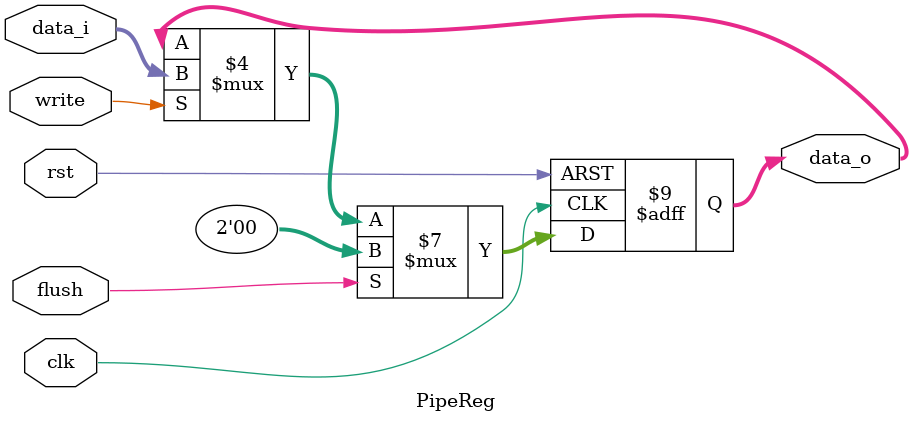
<source format=v>
module PipeReg #(
    parameter size = 0
)
(
    input clk,
    input rst,
    input flush,
    input write,
    input signed [size-1:0] data_i,
    output reg signed [size-1:0] data_o
);

    always@(posedge clk, negedge rst)begin
        if(~rst)
            data_o <= 0;
        else
            if(flush)
                data_o <= 0;
            else begin
                if(write)
                    data_o <= data_i;
                else
                    data_o <= data_o;
            end

    end

endmodule

</source>
